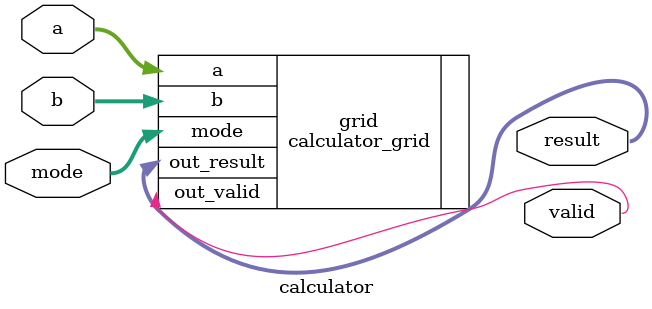
<source format=v>

`timescale 1ns/1ps

module calculator(
    input  wire [63:0] a,
    input  wire [63:0] b,
    input  wire [3:0]  mode,
    output wire [63:0] result,
    output wire        valid
);

    calculator_grid grid(.a(a), .b(b), .mode(mode), .out_result(result), .out_valid(valid));

endmodule

</source>
